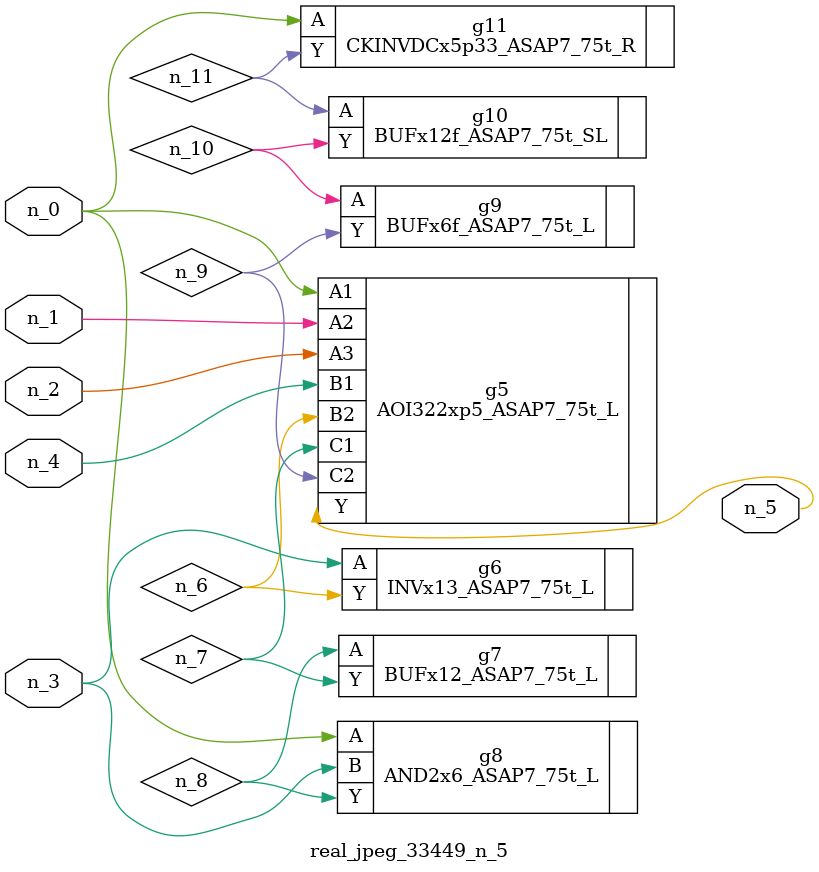
<source format=v>
module real_jpeg_33449_n_5 (n_4, n_0, n_1, n_2, n_3, n_5);

input n_4;
input n_0;
input n_1;
input n_2;
input n_3;

output n_5;

wire n_8;
wire n_11;
wire n_6;
wire n_7;
wire n_10;
wire n_9;

AOI322xp5_ASAP7_75t_L g5 ( 
.A1(n_0),
.A2(n_1),
.A3(n_2),
.B1(n_4),
.B2(n_6),
.C1(n_7),
.C2(n_9),
.Y(n_5)
);

AND2x6_ASAP7_75t_L g8 ( 
.A(n_0),
.B(n_3),
.Y(n_8)
);

CKINVDCx5p33_ASAP7_75t_R g11 ( 
.A(n_0),
.Y(n_11)
);

INVx13_ASAP7_75t_L g6 ( 
.A(n_3),
.Y(n_6)
);

BUFx12_ASAP7_75t_L g7 ( 
.A(n_8),
.Y(n_7)
);

BUFx6f_ASAP7_75t_L g9 ( 
.A(n_10),
.Y(n_9)
);

BUFx12f_ASAP7_75t_SL g10 ( 
.A(n_11),
.Y(n_10)
);


endmodule
</source>
